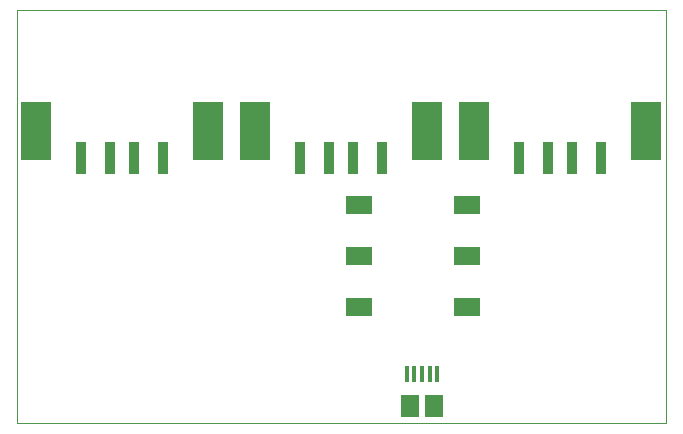
<source format=gbr>
%TF.GenerationSoftware,KiCad,Pcbnew,5.1.6-c6e7f7d~86~ubuntu18.04.1*%
%TF.CreationDate,2020-06-20T11:39:55+02:00*%
%TF.ProjectId,USB-Exp,5553422d-4578-4702-9e6b-696361645f70,1.0*%
%TF.SameCoordinates,Original*%
%TF.FileFunction,Paste,Top*%
%TF.FilePolarity,Positive*%
%FSLAX46Y46*%
G04 Gerber Fmt 4.6, Leading zero omitted, Abs format (unit mm)*
G04 Created by KiCad (PCBNEW 5.1.6-c6e7f7d~86~ubuntu18.04.1) date 2020-06-20 11:39:55*
%MOMM*%
%LPD*%
G01*
G04 APERTURE LIST*
%TA.AperFunction,Profile*%
%ADD10C,0.050000*%
%TD*%
%ADD11R,2.180000X1.600000*%
%ADD12R,2.500000X5.000000*%
%ADD13R,0.900000X2.800000*%
%ADD14R,1.500000X1.900000*%
%ADD15R,0.400000X1.350000*%
G04 APERTURE END LIST*
D10*
X50000000Y-50000000D02*
X50000000Y-85000000D01*
X50000000Y-50000000D02*
X105000000Y-50000000D01*
X105000000Y-85000000D02*
X50000000Y-85000000D01*
X105000000Y-50000000D02*
X105000000Y-85000000D01*
D11*
%TO.C,SW3*%
X78966000Y-75184000D03*
X88166000Y-75184000D03*
%TD*%
%TO.C,SW2*%
X78966000Y-70866000D03*
X88166000Y-70866000D03*
%TD*%
%TO.C,SW1*%
X78966000Y-66548000D03*
X88166000Y-66548000D03*
%TD*%
D12*
%TO.C,J5*%
X88762000Y-60274000D03*
X103262000Y-60274000D03*
D13*
X95012000Y-62524000D03*
X99512000Y-62524000D03*
X97012000Y-62524000D03*
X92512000Y-62524000D03*
%TD*%
D12*
%TO.C,J4*%
X70220000Y-60274000D03*
X84720000Y-60274000D03*
D13*
X76470000Y-62524000D03*
X80970000Y-62524000D03*
X78470000Y-62524000D03*
X73970000Y-62524000D03*
%TD*%
D12*
%TO.C,J3*%
X51678000Y-60274000D03*
X66178000Y-60274000D03*
D13*
X57928000Y-62524000D03*
X62428000Y-62524000D03*
X59928000Y-62524000D03*
X55428000Y-62524000D03*
%TD*%
D14*
%TO.C,J1*%
X83328000Y-83533500D03*
D15*
X84328000Y-80833500D03*
X84978000Y-80833500D03*
X85628000Y-80833500D03*
X83028000Y-80833500D03*
X83678000Y-80833500D03*
D14*
X85328000Y-83533500D03*
%TD*%
M02*

</source>
